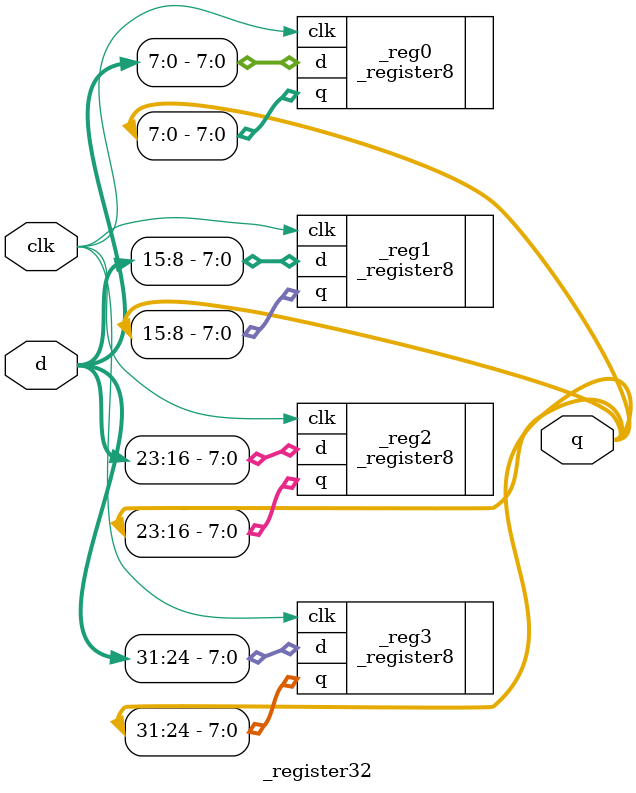
<source format=v>
module _register32(clk, d, q);
	input clk;
	input [31:0] d;
	output [31:0] q; //set input and output
	
	_register8 _reg0(.clk(clk), .d(d[7:0]), .q(q[7:0]));
	_register8 _reg1(.clk(clk), .d(d[15:8]), .q(q[15:8]));
	_register8 _reg2(.clk(clk), .d(d[23:16]), .q(q[23:16]));
	_register8 _reg3(.clk(clk), .d(d[31:24]), .q(q[31:24])); //connect 4 8bitFF for 32bits

endmodule

</source>
